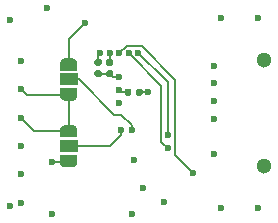
<source format=gbl>
G04 #@! TF.GenerationSoftware,KiCad,Pcbnew,5.1.10*
G04 #@! TF.CreationDate,2021-09-12T01:36:55-07:00*
G04 #@! TF.ProjectId,ACORN-CLE-DVI,41434f52-4e2d-4434-9c45-2d4456492e6b,rev?*
G04 #@! TF.SameCoordinates,Original*
G04 #@! TF.FileFunction,Copper,L4,Bot*
G04 #@! TF.FilePolarity,Positive*
%FSLAX46Y46*%
G04 Gerber Fmt 4.6, Leading zero omitted, Abs format (unit mm)*
G04 Created by KiCad (PCBNEW 5.1.10) date 2021-09-12 01:36:55*
%MOMM*%
%LPD*%
G01*
G04 APERTURE LIST*
G04 #@! TA.AperFunction,SMDPad,CuDef*
%ADD10R,1.500000X1.000000*%
G04 #@! TD*
G04 #@! TA.AperFunction,SMDPad,CuDef*
%ADD11C,0.100000*%
G04 #@! TD*
G04 #@! TA.AperFunction,ComponentPad*
%ADD12C,1.300000*%
G04 #@! TD*
G04 #@! TA.AperFunction,ViaPad*
%ADD13C,0.600000*%
G04 #@! TD*
G04 #@! TA.AperFunction,Conductor*
%ADD14C,0.127000*%
G04 #@! TD*
G04 APERTURE END LIST*
D10*
X146150000Y-106275000D03*
G04 #@! TA.AperFunction,SMDPad,CuDef*
D11*
G36*
X146899398Y-107575000D02*
G01*
X146899398Y-107599534D01*
X146894588Y-107648365D01*
X146885016Y-107696490D01*
X146870772Y-107743445D01*
X146851995Y-107788778D01*
X146828864Y-107832051D01*
X146801604Y-107872850D01*
X146770476Y-107910779D01*
X146735779Y-107945476D01*
X146697850Y-107976604D01*
X146657051Y-108003864D01*
X146613778Y-108026995D01*
X146568445Y-108045772D01*
X146521490Y-108060016D01*
X146473365Y-108069588D01*
X146424534Y-108074398D01*
X146400000Y-108074398D01*
X146400000Y-108075000D01*
X145900000Y-108075000D01*
X145900000Y-108074398D01*
X145875466Y-108074398D01*
X145826635Y-108069588D01*
X145778510Y-108060016D01*
X145731555Y-108045772D01*
X145686222Y-108026995D01*
X145642949Y-108003864D01*
X145602150Y-107976604D01*
X145564221Y-107945476D01*
X145529524Y-107910779D01*
X145498396Y-107872850D01*
X145471136Y-107832051D01*
X145448005Y-107788778D01*
X145429228Y-107743445D01*
X145414984Y-107696490D01*
X145405412Y-107648365D01*
X145400602Y-107599534D01*
X145400602Y-107575000D01*
X145400000Y-107575000D01*
X145400000Y-107025000D01*
X146900000Y-107025000D01*
X146900000Y-107575000D01*
X146899398Y-107575000D01*
G37*
G04 #@! TD.AperFunction*
G04 #@! TA.AperFunction,SMDPad,CuDef*
G36*
X145400000Y-105525000D02*
G01*
X145400000Y-104975000D01*
X145400602Y-104975000D01*
X145400602Y-104950466D01*
X145405412Y-104901635D01*
X145414984Y-104853510D01*
X145429228Y-104806555D01*
X145448005Y-104761222D01*
X145471136Y-104717949D01*
X145498396Y-104677150D01*
X145529524Y-104639221D01*
X145564221Y-104604524D01*
X145602150Y-104573396D01*
X145642949Y-104546136D01*
X145686222Y-104523005D01*
X145731555Y-104504228D01*
X145778510Y-104489984D01*
X145826635Y-104480412D01*
X145875466Y-104475602D01*
X145900000Y-104475602D01*
X145900000Y-104475000D01*
X146400000Y-104475000D01*
X146400000Y-104475602D01*
X146424534Y-104475602D01*
X146473365Y-104480412D01*
X146521490Y-104489984D01*
X146568445Y-104504228D01*
X146613778Y-104523005D01*
X146657051Y-104546136D01*
X146697850Y-104573396D01*
X146735779Y-104604524D01*
X146770476Y-104639221D01*
X146801604Y-104677150D01*
X146828864Y-104717949D01*
X146851995Y-104761222D01*
X146870772Y-104806555D01*
X146885016Y-104853510D01*
X146894588Y-104901635D01*
X146899398Y-104950466D01*
X146899398Y-104975000D01*
X146900000Y-104975000D01*
X146900000Y-105525000D01*
X145400000Y-105525000D01*
G37*
G04 #@! TD.AperFunction*
D10*
X146150000Y-100625000D03*
G04 #@! TA.AperFunction,SMDPad,CuDef*
D11*
G36*
X146899398Y-101925000D02*
G01*
X146899398Y-101949534D01*
X146894588Y-101998365D01*
X146885016Y-102046490D01*
X146870772Y-102093445D01*
X146851995Y-102138778D01*
X146828864Y-102182051D01*
X146801604Y-102222850D01*
X146770476Y-102260779D01*
X146735779Y-102295476D01*
X146697850Y-102326604D01*
X146657051Y-102353864D01*
X146613778Y-102376995D01*
X146568445Y-102395772D01*
X146521490Y-102410016D01*
X146473365Y-102419588D01*
X146424534Y-102424398D01*
X146400000Y-102424398D01*
X146400000Y-102425000D01*
X145900000Y-102425000D01*
X145900000Y-102424398D01*
X145875466Y-102424398D01*
X145826635Y-102419588D01*
X145778510Y-102410016D01*
X145731555Y-102395772D01*
X145686222Y-102376995D01*
X145642949Y-102353864D01*
X145602150Y-102326604D01*
X145564221Y-102295476D01*
X145529524Y-102260779D01*
X145498396Y-102222850D01*
X145471136Y-102182051D01*
X145448005Y-102138778D01*
X145429228Y-102093445D01*
X145414984Y-102046490D01*
X145405412Y-101998365D01*
X145400602Y-101949534D01*
X145400602Y-101925000D01*
X145400000Y-101925000D01*
X145400000Y-101375000D01*
X146900000Y-101375000D01*
X146900000Y-101925000D01*
X146899398Y-101925000D01*
G37*
G04 #@! TD.AperFunction*
G04 #@! TA.AperFunction,SMDPad,CuDef*
G36*
X145400000Y-99875000D02*
G01*
X145400000Y-99325000D01*
X145400602Y-99325000D01*
X145400602Y-99300466D01*
X145405412Y-99251635D01*
X145414984Y-99203510D01*
X145429228Y-99156555D01*
X145448005Y-99111222D01*
X145471136Y-99067949D01*
X145498396Y-99027150D01*
X145529524Y-98989221D01*
X145564221Y-98954524D01*
X145602150Y-98923396D01*
X145642949Y-98896136D01*
X145686222Y-98873005D01*
X145731555Y-98854228D01*
X145778510Y-98839984D01*
X145826635Y-98830412D01*
X145875466Y-98825602D01*
X145900000Y-98825602D01*
X145900000Y-98825000D01*
X146400000Y-98825000D01*
X146400000Y-98825602D01*
X146424534Y-98825602D01*
X146473365Y-98830412D01*
X146521490Y-98839984D01*
X146568445Y-98854228D01*
X146613778Y-98873005D01*
X146657051Y-98896136D01*
X146697850Y-98923396D01*
X146735779Y-98954524D01*
X146770476Y-98989221D01*
X146801604Y-99027150D01*
X146828864Y-99067949D01*
X146851995Y-99111222D01*
X146870772Y-99156555D01*
X146885016Y-99203510D01*
X146894588Y-99251635D01*
X146899398Y-99300466D01*
X146899398Y-99325000D01*
X146900000Y-99325000D01*
X146900000Y-99875000D01*
X145400000Y-99875000D01*
G37*
G04 #@! TD.AperFunction*
G04 #@! TA.AperFunction,SMDPad,CuDef*
G36*
G01*
X151450000Y-101530000D02*
X151450000Y-101870000D01*
G75*
G02*
X151310000Y-102010000I-140000J0D01*
G01*
X151030000Y-102010000D01*
G75*
G02*
X150890000Y-101870000I0J140000D01*
G01*
X150890000Y-101530000D01*
G75*
G02*
X151030000Y-101390000I140000J0D01*
G01*
X151310000Y-101390000D01*
G75*
G02*
X151450000Y-101530000I0J-140000D01*
G01*
G37*
G04 #@! TD.AperFunction*
G04 #@! TA.AperFunction,SMDPad,CuDef*
G36*
G01*
X152410000Y-101530000D02*
X152410000Y-101870000D01*
G75*
G02*
X152270000Y-102010000I-140000J0D01*
G01*
X151990000Y-102010000D01*
G75*
G02*
X151850000Y-101870000I0J140000D01*
G01*
X151850000Y-101530000D01*
G75*
G02*
X151990000Y-101390000I140000J0D01*
G01*
X152270000Y-101390000D01*
G75*
G02*
X152410000Y-101530000I0J-140000D01*
G01*
G37*
G04 #@! TD.AperFunction*
G04 #@! TA.AperFunction,SMDPad,CuDef*
G36*
G01*
X149455000Y-99855000D02*
X149795000Y-99855000D01*
G75*
G02*
X149935000Y-99995000I0J-140000D01*
G01*
X149935000Y-100275000D01*
G75*
G02*
X149795000Y-100415000I-140000J0D01*
G01*
X149455000Y-100415000D01*
G75*
G02*
X149315000Y-100275000I0J140000D01*
G01*
X149315000Y-99995000D01*
G75*
G02*
X149455000Y-99855000I140000J0D01*
G01*
G37*
G04 #@! TD.AperFunction*
G04 #@! TA.AperFunction,SMDPad,CuDef*
G36*
G01*
X149455000Y-98895000D02*
X149795000Y-98895000D01*
G75*
G02*
X149935000Y-99035000I0J-140000D01*
G01*
X149935000Y-99315000D01*
G75*
G02*
X149795000Y-99455000I-140000J0D01*
G01*
X149455000Y-99455000D01*
G75*
G02*
X149315000Y-99315000I0J140000D01*
G01*
X149315000Y-99035000D01*
G75*
G02*
X149455000Y-98895000I140000J0D01*
G01*
G37*
G04 #@! TD.AperFunction*
G04 #@! TA.AperFunction,SMDPad,CuDef*
G36*
G01*
X148480000Y-99845000D02*
X148820000Y-99845000D01*
G75*
G02*
X148960000Y-99985000I0J-140000D01*
G01*
X148960000Y-100265000D01*
G75*
G02*
X148820000Y-100405000I-140000J0D01*
G01*
X148480000Y-100405000D01*
G75*
G02*
X148340000Y-100265000I0J140000D01*
G01*
X148340000Y-99985000D01*
G75*
G02*
X148480000Y-99845000I140000J0D01*
G01*
G37*
G04 #@! TD.AperFunction*
G04 #@! TA.AperFunction,SMDPad,CuDef*
G36*
G01*
X148480000Y-98885000D02*
X148820000Y-98885000D01*
G75*
G02*
X148960000Y-99025000I0J-140000D01*
G01*
X148960000Y-99305000D01*
G75*
G02*
X148820000Y-99445000I-140000J0D01*
G01*
X148480000Y-99445000D01*
G75*
G02*
X148340000Y-99305000I0J140000D01*
G01*
X148340000Y-99025000D01*
G75*
G02*
X148480000Y-98885000I140000J0D01*
G01*
G37*
G04 #@! TD.AperFunction*
D12*
X162650000Y-107939000D03*
X162650000Y-98939000D03*
D13*
X150450000Y-102600000D03*
X142100000Y-111050000D03*
X141200000Y-111350000D03*
X142100000Y-108650000D03*
X142100000Y-106250000D03*
X142100000Y-103850000D03*
X142150000Y-101450000D03*
X142150000Y-99050000D03*
X141200000Y-95550000D03*
X158500000Y-99450000D03*
X158500000Y-100950000D03*
X158500000Y-102450000D03*
X158500000Y-103950000D03*
X158500000Y-106950000D03*
X159050000Y-95400000D03*
X162200000Y-95400000D03*
X159050000Y-111500000D03*
X162200000Y-111500000D03*
X150450000Y-101500000D03*
X144336000Y-94589000D03*
X152440000Y-109810000D03*
X151650000Y-107450000D03*
X150450000Y-100375000D03*
X147550000Y-95825000D03*
X151500000Y-112025000D03*
X154225000Y-110975000D03*
X144700000Y-107600000D03*
X144700000Y-112025000D03*
X152875000Y-101700000D03*
X149625000Y-98400000D03*
X150450000Y-98400000D03*
X156700000Y-108575000D03*
X151250000Y-98400000D03*
X154525000Y-106439000D03*
X154525000Y-105300000D03*
X152050000Y-98400000D03*
X148820000Y-98400000D03*
X151475000Y-104875000D03*
X150625000Y-104875000D03*
D14*
X149615000Y-100125000D02*
X149625000Y-100135000D01*
X148650000Y-100125000D02*
X149615000Y-100125000D01*
X149865000Y-100375000D02*
X149625000Y-100135000D01*
X150450000Y-100375000D02*
X149865000Y-100375000D01*
X146150000Y-104975000D02*
X146150000Y-101925000D01*
X142625000Y-101925000D02*
X142150000Y-101450000D01*
X146150000Y-101925000D02*
X142625000Y-101925000D01*
X143225000Y-104975000D02*
X142100000Y-103850000D01*
X146150000Y-104975000D02*
X143225000Y-104975000D01*
X150650000Y-101700000D02*
X150450000Y-101500000D01*
X151170000Y-101700000D02*
X150650000Y-101700000D01*
X149625000Y-98400000D02*
X149625000Y-99175000D01*
X152875000Y-101700000D02*
X152130000Y-101700000D01*
X144725000Y-107575000D02*
X144700000Y-107600000D01*
X146150000Y-107575000D02*
X144725000Y-107575000D01*
X146150000Y-97225000D02*
X147550000Y-95825000D01*
X146150000Y-99325000D02*
X146150000Y-97225000D01*
X151050000Y-97800000D02*
X150450000Y-98400000D01*
X152325000Y-97800000D02*
X151050000Y-97800000D01*
X155175000Y-107050000D02*
X156700000Y-108575000D01*
X155175000Y-100650000D02*
X155175000Y-107050000D01*
X155175000Y-100650000D02*
X152325000Y-97800000D01*
X154071499Y-105985499D02*
X154525000Y-106439000D01*
X154000000Y-105914000D02*
X154071499Y-105985499D01*
X154000000Y-101150000D02*
X154000000Y-105914000D01*
X151250000Y-98400000D02*
X154000000Y-101150000D01*
X152050000Y-98400000D02*
X154272000Y-100622000D01*
X154525000Y-100875000D02*
X154272000Y-100622000D01*
X154525000Y-105300000D02*
X154525000Y-100875000D01*
X148650000Y-98570000D02*
X148820000Y-98400000D01*
X148650000Y-99165000D02*
X148650000Y-98570000D01*
X147050000Y-100625000D02*
X146150000Y-100625000D01*
X150025000Y-103600000D02*
X147050000Y-100625000D01*
X150600000Y-103600000D02*
X150025000Y-103600000D01*
X151475000Y-104475000D02*
X150600000Y-103600000D01*
X151475000Y-104875000D02*
X151475000Y-104475000D01*
X146150000Y-106275000D02*
X149650000Y-106275000D01*
X150625000Y-105300000D02*
X150625000Y-104875000D01*
X149650000Y-106275000D02*
X150625000Y-105300000D01*
M02*

</source>
